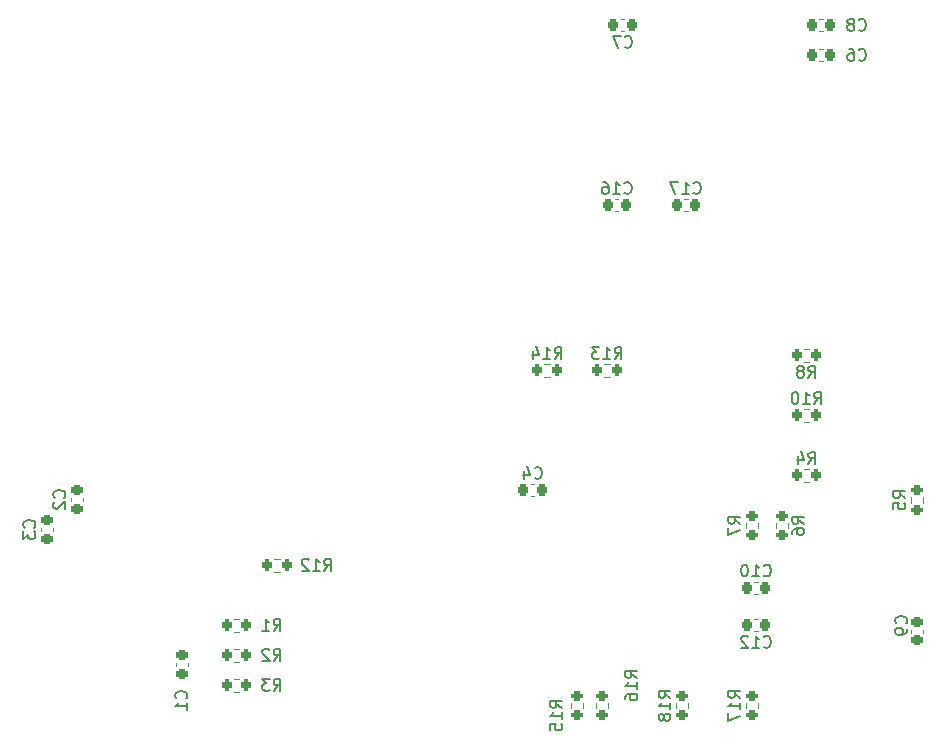
<source format=gbr>
%TF.GenerationSoftware,KiCad,Pcbnew,8.0.4*%
%TF.CreationDate,2024-08-11T19:16:42-04:00*%
%TF.ProjectId,foc_pcb,666f635f-7063-4622-9e6b-696361645f70,rev?*%
%TF.SameCoordinates,Original*%
%TF.FileFunction,Legend,Bot*%
%TF.FilePolarity,Positive*%
%FSLAX46Y46*%
G04 Gerber Fmt 4.6, Leading zero omitted, Abs format (unit mm)*
G04 Created by KiCad (PCBNEW 8.0.4) date 2024-08-11 19:16:42*
%MOMM*%
%LPD*%
G01*
G04 APERTURE LIST*
G04 Aperture macros list*
%AMRoundRect*
0 Rectangle with rounded corners*
0 $1 Rounding radius*
0 $2 $3 $4 $5 $6 $7 $8 $9 X,Y pos of 4 corners*
0 Add a 4 corners polygon primitive as box body*
4,1,4,$2,$3,$4,$5,$6,$7,$8,$9,$2,$3,0*
0 Add four circle primitives for the rounded corners*
1,1,$1+$1,$2,$3*
1,1,$1+$1,$4,$5*
1,1,$1+$1,$6,$7*
1,1,$1+$1,$8,$9*
0 Add four rect primitives between the rounded corners*
20,1,$1+$1,$2,$3,$4,$5,0*
20,1,$1+$1,$4,$5,$6,$7,0*
20,1,$1+$1,$6,$7,$8,$9,0*
20,1,$1+$1,$8,$9,$2,$3,0*%
G04 Aperture macros list end*
%ADD10C,0.150000*%
%ADD11C,0.120000*%
%ADD12C,3.200000*%
%ADD13R,1.700000X1.700000*%
%ADD14O,1.700000X1.700000*%
%ADD15O,1.104000X2.004000*%
%ADD16RoundRect,0.102000X1.858000X-1.858000X1.858000X1.858000X-1.858000X1.858000X-1.858000X-1.858000X0*%
%ADD17C,3.920000*%
%ADD18O,2.604000X1.404000*%
%ADD19RoundRect,0.200000X0.200000X0.275000X-0.200000X0.275000X-0.200000X-0.275000X0.200000X-0.275000X0*%
%ADD20RoundRect,0.200000X-0.200000X-0.275000X0.200000X-0.275000X0.200000X0.275000X-0.200000X0.275000X0*%
%ADD21RoundRect,0.200000X-0.275000X0.200000X-0.275000X-0.200000X0.275000X-0.200000X0.275000X0.200000X0*%
%ADD22RoundRect,0.225000X0.225000X0.250000X-0.225000X0.250000X-0.225000X-0.250000X0.225000X-0.250000X0*%
%ADD23RoundRect,0.225000X-0.225000X-0.250000X0.225000X-0.250000X0.225000X0.250000X-0.225000X0.250000X0*%
%ADD24RoundRect,0.225000X0.250000X-0.225000X0.250000X0.225000X-0.250000X0.225000X-0.250000X-0.225000X0*%
%ADD25RoundRect,0.225000X-0.250000X0.225000X-0.250000X-0.225000X0.250000X-0.225000X0.250000X0.225000X0*%
%ADD26RoundRect,0.200000X0.275000X-0.200000X0.275000X0.200000X-0.275000X0.200000X-0.275000X-0.200000X0*%
G04 APERTURE END LIST*
D10*
X338907857Y-258104819D02*
X339241190Y-257628628D01*
X339479285Y-258104819D02*
X339479285Y-257104819D01*
X339479285Y-257104819D02*
X339098333Y-257104819D01*
X339098333Y-257104819D02*
X339003095Y-257152438D01*
X339003095Y-257152438D02*
X338955476Y-257200057D01*
X338955476Y-257200057D02*
X338907857Y-257295295D01*
X338907857Y-257295295D02*
X338907857Y-257438152D01*
X338907857Y-257438152D02*
X338955476Y-257533390D01*
X338955476Y-257533390D02*
X339003095Y-257581009D01*
X339003095Y-257581009D02*
X339098333Y-257628628D01*
X339098333Y-257628628D02*
X339479285Y-257628628D01*
X337955476Y-258104819D02*
X338526904Y-258104819D01*
X338241190Y-258104819D02*
X338241190Y-257104819D01*
X338241190Y-257104819D02*
X338336428Y-257247676D01*
X338336428Y-257247676D02*
X338431666Y-257342914D01*
X338431666Y-257342914D02*
X338526904Y-257390533D01*
X337622142Y-257104819D02*
X337003095Y-257104819D01*
X337003095Y-257104819D02*
X337336428Y-257485771D01*
X337336428Y-257485771D02*
X337193571Y-257485771D01*
X337193571Y-257485771D02*
X337098333Y-257533390D01*
X337098333Y-257533390D02*
X337050714Y-257581009D01*
X337050714Y-257581009D02*
X337003095Y-257676247D01*
X337003095Y-257676247D02*
X337003095Y-257914342D01*
X337003095Y-257914342D02*
X337050714Y-258009580D01*
X337050714Y-258009580D02*
X337098333Y-258057200D01*
X337098333Y-258057200D02*
X337193571Y-258104819D01*
X337193571Y-258104819D02*
X337479285Y-258104819D01*
X337479285Y-258104819D02*
X337574523Y-258057200D01*
X337574523Y-258057200D02*
X337622142Y-258009580D01*
X310046666Y-283664819D02*
X310379999Y-283188628D01*
X310618094Y-283664819D02*
X310618094Y-282664819D01*
X310618094Y-282664819D02*
X310237142Y-282664819D01*
X310237142Y-282664819D02*
X310141904Y-282712438D01*
X310141904Y-282712438D02*
X310094285Y-282760057D01*
X310094285Y-282760057D02*
X310046666Y-282855295D01*
X310046666Y-282855295D02*
X310046666Y-282998152D01*
X310046666Y-282998152D02*
X310094285Y-283093390D01*
X310094285Y-283093390D02*
X310141904Y-283141009D01*
X310141904Y-283141009D02*
X310237142Y-283188628D01*
X310237142Y-283188628D02*
X310618094Y-283188628D01*
X309665713Y-282760057D02*
X309618094Y-282712438D01*
X309618094Y-282712438D02*
X309522856Y-282664819D01*
X309522856Y-282664819D02*
X309284761Y-282664819D01*
X309284761Y-282664819D02*
X309189523Y-282712438D01*
X309189523Y-282712438D02*
X309141904Y-282760057D01*
X309141904Y-282760057D02*
X309094285Y-282855295D01*
X309094285Y-282855295D02*
X309094285Y-282950533D01*
X309094285Y-282950533D02*
X309141904Y-283093390D01*
X309141904Y-283093390D02*
X309713332Y-283664819D01*
X309713332Y-283664819D02*
X309094285Y-283664819D01*
X363514819Y-269898333D02*
X363038628Y-269565000D01*
X363514819Y-269326905D02*
X362514819Y-269326905D01*
X362514819Y-269326905D02*
X362514819Y-269707857D01*
X362514819Y-269707857D02*
X362562438Y-269803095D01*
X362562438Y-269803095D02*
X362610057Y-269850714D01*
X362610057Y-269850714D02*
X362705295Y-269898333D01*
X362705295Y-269898333D02*
X362848152Y-269898333D01*
X362848152Y-269898333D02*
X362943390Y-269850714D01*
X362943390Y-269850714D02*
X362991009Y-269803095D01*
X362991009Y-269803095D02*
X363038628Y-269707857D01*
X363038628Y-269707857D02*
X363038628Y-269326905D01*
X362514819Y-270803095D02*
X362514819Y-270326905D01*
X362514819Y-270326905D02*
X362991009Y-270279286D01*
X362991009Y-270279286D02*
X362943390Y-270326905D01*
X362943390Y-270326905D02*
X362895771Y-270422143D01*
X362895771Y-270422143D02*
X362895771Y-270660238D01*
X362895771Y-270660238D02*
X362943390Y-270755476D01*
X362943390Y-270755476D02*
X362991009Y-270803095D01*
X362991009Y-270803095D02*
X363086247Y-270850714D01*
X363086247Y-270850714D02*
X363324342Y-270850714D01*
X363324342Y-270850714D02*
X363419580Y-270803095D01*
X363419580Y-270803095D02*
X363467200Y-270755476D01*
X363467200Y-270755476D02*
X363514819Y-270660238D01*
X363514819Y-270660238D02*
X363514819Y-270422143D01*
X363514819Y-270422143D02*
X363467200Y-270326905D01*
X363467200Y-270326905D02*
X363419580Y-270279286D01*
X332131666Y-268169580D02*
X332179285Y-268217200D01*
X332179285Y-268217200D02*
X332322142Y-268264819D01*
X332322142Y-268264819D02*
X332417380Y-268264819D01*
X332417380Y-268264819D02*
X332560237Y-268217200D01*
X332560237Y-268217200D02*
X332655475Y-268121961D01*
X332655475Y-268121961D02*
X332703094Y-268026723D01*
X332703094Y-268026723D02*
X332750713Y-267836247D01*
X332750713Y-267836247D02*
X332750713Y-267693390D01*
X332750713Y-267693390D02*
X332703094Y-267502914D01*
X332703094Y-267502914D02*
X332655475Y-267407676D01*
X332655475Y-267407676D02*
X332560237Y-267312438D01*
X332560237Y-267312438D02*
X332417380Y-267264819D01*
X332417380Y-267264819D02*
X332322142Y-267264819D01*
X332322142Y-267264819D02*
X332179285Y-267312438D01*
X332179285Y-267312438D02*
X332131666Y-267360057D01*
X331274523Y-267598152D02*
X331274523Y-268264819D01*
X331512618Y-267217200D02*
X331750713Y-267931485D01*
X331750713Y-267931485D02*
X331131666Y-267931485D01*
X314332857Y-276044819D02*
X314666190Y-275568628D01*
X314904285Y-276044819D02*
X314904285Y-275044819D01*
X314904285Y-275044819D02*
X314523333Y-275044819D01*
X314523333Y-275044819D02*
X314428095Y-275092438D01*
X314428095Y-275092438D02*
X314380476Y-275140057D01*
X314380476Y-275140057D02*
X314332857Y-275235295D01*
X314332857Y-275235295D02*
X314332857Y-275378152D01*
X314332857Y-275378152D02*
X314380476Y-275473390D01*
X314380476Y-275473390D02*
X314428095Y-275521009D01*
X314428095Y-275521009D02*
X314523333Y-275568628D01*
X314523333Y-275568628D02*
X314904285Y-275568628D01*
X313380476Y-276044819D02*
X313951904Y-276044819D01*
X313666190Y-276044819D02*
X313666190Y-275044819D01*
X313666190Y-275044819D02*
X313761428Y-275187676D01*
X313761428Y-275187676D02*
X313856666Y-275282914D01*
X313856666Y-275282914D02*
X313951904Y-275330533D01*
X312999523Y-275140057D02*
X312951904Y-275092438D01*
X312951904Y-275092438D02*
X312856666Y-275044819D01*
X312856666Y-275044819D02*
X312618571Y-275044819D01*
X312618571Y-275044819D02*
X312523333Y-275092438D01*
X312523333Y-275092438D02*
X312475714Y-275140057D01*
X312475714Y-275140057D02*
X312428095Y-275235295D01*
X312428095Y-275235295D02*
X312428095Y-275330533D01*
X312428095Y-275330533D02*
X312475714Y-275473390D01*
X312475714Y-275473390D02*
X313047142Y-276044819D01*
X313047142Y-276044819D02*
X312428095Y-276044819D01*
X349544819Y-272058333D02*
X349068628Y-271725000D01*
X349544819Y-271486905D02*
X348544819Y-271486905D01*
X348544819Y-271486905D02*
X348544819Y-271867857D01*
X348544819Y-271867857D02*
X348592438Y-271963095D01*
X348592438Y-271963095D02*
X348640057Y-272010714D01*
X348640057Y-272010714D02*
X348735295Y-272058333D01*
X348735295Y-272058333D02*
X348878152Y-272058333D01*
X348878152Y-272058333D02*
X348973390Y-272010714D01*
X348973390Y-272010714D02*
X349021009Y-271963095D01*
X349021009Y-271963095D02*
X349068628Y-271867857D01*
X349068628Y-271867857D02*
X349068628Y-271486905D01*
X348544819Y-272391667D02*
X348544819Y-273058333D01*
X348544819Y-273058333D02*
X349544819Y-272629762D01*
X343639819Y-286822142D02*
X343163628Y-286488809D01*
X343639819Y-286250714D02*
X342639819Y-286250714D01*
X342639819Y-286250714D02*
X342639819Y-286631666D01*
X342639819Y-286631666D02*
X342687438Y-286726904D01*
X342687438Y-286726904D02*
X342735057Y-286774523D01*
X342735057Y-286774523D02*
X342830295Y-286822142D01*
X342830295Y-286822142D02*
X342973152Y-286822142D01*
X342973152Y-286822142D02*
X343068390Y-286774523D01*
X343068390Y-286774523D02*
X343116009Y-286726904D01*
X343116009Y-286726904D02*
X343163628Y-286631666D01*
X343163628Y-286631666D02*
X343163628Y-286250714D01*
X343639819Y-287774523D02*
X343639819Y-287203095D01*
X343639819Y-287488809D02*
X342639819Y-287488809D01*
X342639819Y-287488809D02*
X342782676Y-287393571D01*
X342782676Y-287393571D02*
X342877914Y-287298333D01*
X342877914Y-287298333D02*
X342925533Y-287203095D01*
X343068390Y-288345952D02*
X343020771Y-288250714D01*
X343020771Y-288250714D02*
X342973152Y-288203095D01*
X342973152Y-288203095D02*
X342877914Y-288155476D01*
X342877914Y-288155476D02*
X342830295Y-288155476D01*
X342830295Y-288155476D02*
X342735057Y-288203095D01*
X342735057Y-288203095D02*
X342687438Y-288250714D01*
X342687438Y-288250714D02*
X342639819Y-288345952D01*
X342639819Y-288345952D02*
X342639819Y-288536428D01*
X342639819Y-288536428D02*
X342687438Y-288631666D01*
X342687438Y-288631666D02*
X342735057Y-288679285D01*
X342735057Y-288679285D02*
X342830295Y-288726904D01*
X342830295Y-288726904D02*
X342877914Y-288726904D01*
X342877914Y-288726904D02*
X342973152Y-288679285D01*
X342973152Y-288679285D02*
X343020771Y-288631666D01*
X343020771Y-288631666D02*
X343068390Y-288536428D01*
X343068390Y-288536428D02*
X343068390Y-288345952D01*
X343068390Y-288345952D02*
X343116009Y-288250714D01*
X343116009Y-288250714D02*
X343163628Y-288203095D01*
X343163628Y-288203095D02*
X343258866Y-288155476D01*
X343258866Y-288155476D02*
X343449342Y-288155476D01*
X343449342Y-288155476D02*
X343544580Y-288203095D01*
X343544580Y-288203095D02*
X343592200Y-288250714D01*
X343592200Y-288250714D02*
X343639819Y-288345952D01*
X343639819Y-288345952D02*
X343639819Y-288536428D01*
X343639819Y-288536428D02*
X343592200Y-288631666D01*
X343592200Y-288631666D02*
X343544580Y-288679285D01*
X343544580Y-288679285D02*
X343449342Y-288726904D01*
X343449342Y-288726904D02*
X343258866Y-288726904D01*
X343258866Y-288726904D02*
X343163628Y-288679285D01*
X343163628Y-288679285D02*
X343116009Y-288631666D01*
X343116009Y-288631666D02*
X343068390Y-288536428D01*
X333827857Y-258104819D02*
X334161190Y-257628628D01*
X334399285Y-258104819D02*
X334399285Y-257104819D01*
X334399285Y-257104819D02*
X334018333Y-257104819D01*
X334018333Y-257104819D02*
X333923095Y-257152438D01*
X333923095Y-257152438D02*
X333875476Y-257200057D01*
X333875476Y-257200057D02*
X333827857Y-257295295D01*
X333827857Y-257295295D02*
X333827857Y-257438152D01*
X333827857Y-257438152D02*
X333875476Y-257533390D01*
X333875476Y-257533390D02*
X333923095Y-257581009D01*
X333923095Y-257581009D02*
X334018333Y-257628628D01*
X334018333Y-257628628D02*
X334399285Y-257628628D01*
X332875476Y-258104819D02*
X333446904Y-258104819D01*
X333161190Y-258104819D02*
X333161190Y-257104819D01*
X333161190Y-257104819D02*
X333256428Y-257247676D01*
X333256428Y-257247676D02*
X333351666Y-257342914D01*
X333351666Y-257342914D02*
X333446904Y-257390533D01*
X332018333Y-257438152D02*
X332018333Y-258104819D01*
X332256428Y-257057200D02*
X332494523Y-257771485D01*
X332494523Y-257771485D02*
X331875476Y-257771485D01*
X339751666Y-231659580D02*
X339799285Y-231707200D01*
X339799285Y-231707200D02*
X339942142Y-231754819D01*
X339942142Y-231754819D02*
X340037380Y-231754819D01*
X340037380Y-231754819D02*
X340180237Y-231707200D01*
X340180237Y-231707200D02*
X340275475Y-231611961D01*
X340275475Y-231611961D02*
X340323094Y-231516723D01*
X340323094Y-231516723D02*
X340370713Y-231326247D01*
X340370713Y-231326247D02*
X340370713Y-231183390D01*
X340370713Y-231183390D02*
X340323094Y-230992914D01*
X340323094Y-230992914D02*
X340275475Y-230897676D01*
X340275475Y-230897676D02*
X340180237Y-230802438D01*
X340180237Y-230802438D02*
X340037380Y-230754819D01*
X340037380Y-230754819D02*
X339942142Y-230754819D01*
X339942142Y-230754819D02*
X339799285Y-230802438D01*
X339799285Y-230802438D02*
X339751666Y-230850057D01*
X339418332Y-230754819D02*
X338751666Y-230754819D01*
X338751666Y-230754819D02*
X339180237Y-231754819D01*
X345587857Y-244039580D02*
X345635476Y-244087200D01*
X345635476Y-244087200D02*
X345778333Y-244134819D01*
X345778333Y-244134819D02*
X345873571Y-244134819D01*
X345873571Y-244134819D02*
X346016428Y-244087200D01*
X346016428Y-244087200D02*
X346111666Y-243991961D01*
X346111666Y-243991961D02*
X346159285Y-243896723D01*
X346159285Y-243896723D02*
X346206904Y-243706247D01*
X346206904Y-243706247D02*
X346206904Y-243563390D01*
X346206904Y-243563390D02*
X346159285Y-243372914D01*
X346159285Y-243372914D02*
X346111666Y-243277676D01*
X346111666Y-243277676D02*
X346016428Y-243182438D01*
X346016428Y-243182438D02*
X345873571Y-243134819D01*
X345873571Y-243134819D02*
X345778333Y-243134819D01*
X345778333Y-243134819D02*
X345635476Y-243182438D01*
X345635476Y-243182438D02*
X345587857Y-243230057D01*
X344635476Y-244134819D02*
X345206904Y-244134819D01*
X344921190Y-244134819D02*
X344921190Y-243134819D01*
X344921190Y-243134819D02*
X345016428Y-243277676D01*
X345016428Y-243277676D02*
X345111666Y-243372914D01*
X345111666Y-243372914D02*
X345206904Y-243420533D01*
X344302142Y-243134819D02*
X343635476Y-243134819D01*
X343635476Y-243134819D02*
X344064047Y-244134819D01*
X359576666Y-230229580D02*
X359624285Y-230277200D01*
X359624285Y-230277200D02*
X359767142Y-230324819D01*
X359767142Y-230324819D02*
X359862380Y-230324819D01*
X359862380Y-230324819D02*
X360005237Y-230277200D01*
X360005237Y-230277200D02*
X360100475Y-230181961D01*
X360100475Y-230181961D02*
X360148094Y-230086723D01*
X360148094Y-230086723D02*
X360195713Y-229896247D01*
X360195713Y-229896247D02*
X360195713Y-229753390D01*
X360195713Y-229753390D02*
X360148094Y-229562914D01*
X360148094Y-229562914D02*
X360100475Y-229467676D01*
X360100475Y-229467676D02*
X360005237Y-229372438D01*
X360005237Y-229372438D02*
X359862380Y-229324819D01*
X359862380Y-229324819D02*
X359767142Y-229324819D01*
X359767142Y-229324819D02*
X359624285Y-229372438D01*
X359624285Y-229372438D02*
X359576666Y-229420057D01*
X359005237Y-229753390D02*
X359100475Y-229705771D01*
X359100475Y-229705771D02*
X359148094Y-229658152D01*
X359148094Y-229658152D02*
X359195713Y-229562914D01*
X359195713Y-229562914D02*
X359195713Y-229515295D01*
X359195713Y-229515295D02*
X359148094Y-229420057D01*
X359148094Y-229420057D02*
X359100475Y-229372438D01*
X359100475Y-229372438D02*
X359005237Y-229324819D01*
X359005237Y-229324819D02*
X358814761Y-229324819D01*
X358814761Y-229324819D02*
X358719523Y-229372438D01*
X358719523Y-229372438D02*
X358671904Y-229420057D01*
X358671904Y-229420057D02*
X358624285Y-229515295D01*
X358624285Y-229515295D02*
X358624285Y-229562914D01*
X358624285Y-229562914D02*
X358671904Y-229658152D01*
X358671904Y-229658152D02*
X358719523Y-229705771D01*
X358719523Y-229705771D02*
X358814761Y-229753390D01*
X358814761Y-229753390D02*
X359005237Y-229753390D01*
X359005237Y-229753390D02*
X359100475Y-229801009D01*
X359100475Y-229801009D02*
X359148094Y-229848628D01*
X359148094Y-229848628D02*
X359195713Y-229943866D01*
X359195713Y-229943866D02*
X359195713Y-230134342D01*
X359195713Y-230134342D02*
X359148094Y-230229580D01*
X359148094Y-230229580D02*
X359100475Y-230277200D01*
X359100475Y-230277200D02*
X359005237Y-230324819D01*
X359005237Y-230324819D02*
X358814761Y-230324819D01*
X358814761Y-230324819D02*
X358719523Y-230277200D01*
X358719523Y-230277200D02*
X358671904Y-230229580D01*
X358671904Y-230229580D02*
X358624285Y-230134342D01*
X358624285Y-230134342D02*
X358624285Y-229943866D01*
X358624285Y-229943866D02*
X358671904Y-229848628D01*
X358671904Y-229848628D02*
X358719523Y-229801009D01*
X358719523Y-229801009D02*
X358814761Y-229753390D01*
X302619580Y-286853333D02*
X302667200Y-286805714D01*
X302667200Y-286805714D02*
X302714819Y-286662857D01*
X302714819Y-286662857D02*
X302714819Y-286567619D01*
X302714819Y-286567619D02*
X302667200Y-286424762D01*
X302667200Y-286424762D02*
X302571961Y-286329524D01*
X302571961Y-286329524D02*
X302476723Y-286281905D01*
X302476723Y-286281905D02*
X302286247Y-286234286D01*
X302286247Y-286234286D02*
X302143390Y-286234286D01*
X302143390Y-286234286D02*
X301952914Y-286281905D01*
X301952914Y-286281905D02*
X301857676Y-286329524D01*
X301857676Y-286329524D02*
X301762438Y-286424762D01*
X301762438Y-286424762D02*
X301714819Y-286567619D01*
X301714819Y-286567619D02*
X301714819Y-286662857D01*
X301714819Y-286662857D02*
X301762438Y-286805714D01*
X301762438Y-286805714D02*
X301810057Y-286853333D01*
X302714819Y-287805714D02*
X302714819Y-287234286D01*
X302714819Y-287520000D02*
X301714819Y-287520000D01*
X301714819Y-287520000D02*
X301857676Y-287424762D01*
X301857676Y-287424762D02*
X301952914Y-287329524D01*
X301952914Y-287329524D02*
X302000533Y-287234286D01*
X289759580Y-272388333D02*
X289807200Y-272340714D01*
X289807200Y-272340714D02*
X289854819Y-272197857D01*
X289854819Y-272197857D02*
X289854819Y-272102619D01*
X289854819Y-272102619D02*
X289807200Y-271959762D01*
X289807200Y-271959762D02*
X289711961Y-271864524D01*
X289711961Y-271864524D02*
X289616723Y-271816905D01*
X289616723Y-271816905D02*
X289426247Y-271769286D01*
X289426247Y-271769286D02*
X289283390Y-271769286D01*
X289283390Y-271769286D02*
X289092914Y-271816905D01*
X289092914Y-271816905D02*
X288997676Y-271864524D01*
X288997676Y-271864524D02*
X288902438Y-271959762D01*
X288902438Y-271959762D02*
X288854819Y-272102619D01*
X288854819Y-272102619D02*
X288854819Y-272197857D01*
X288854819Y-272197857D02*
X288902438Y-272340714D01*
X288902438Y-272340714D02*
X288950057Y-272388333D01*
X288854819Y-272721667D02*
X288854819Y-273340714D01*
X288854819Y-273340714D02*
X289235771Y-273007381D01*
X289235771Y-273007381D02*
X289235771Y-273150238D01*
X289235771Y-273150238D02*
X289283390Y-273245476D01*
X289283390Y-273245476D02*
X289331009Y-273293095D01*
X289331009Y-273293095D02*
X289426247Y-273340714D01*
X289426247Y-273340714D02*
X289664342Y-273340714D01*
X289664342Y-273340714D02*
X289759580Y-273293095D01*
X289759580Y-273293095D02*
X289807200Y-273245476D01*
X289807200Y-273245476D02*
X289854819Y-273150238D01*
X289854819Y-273150238D02*
X289854819Y-272864524D01*
X289854819Y-272864524D02*
X289807200Y-272769286D01*
X289807200Y-272769286D02*
X289759580Y-272721667D01*
X310046666Y-281124819D02*
X310379999Y-280648628D01*
X310618094Y-281124819D02*
X310618094Y-280124819D01*
X310618094Y-280124819D02*
X310237142Y-280124819D01*
X310237142Y-280124819D02*
X310141904Y-280172438D01*
X310141904Y-280172438D02*
X310094285Y-280220057D01*
X310094285Y-280220057D02*
X310046666Y-280315295D01*
X310046666Y-280315295D02*
X310046666Y-280458152D01*
X310046666Y-280458152D02*
X310094285Y-280553390D01*
X310094285Y-280553390D02*
X310141904Y-280601009D01*
X310141904Y-280601009D02*
X310237142Y-280648628D01*
X310237142Y-280648628D02*
X310618094Y-280648628D01*
X309094285Y-281124819D02*
X309665713Y-281124819D01*
X309379999Y-281124819D02*
X309379999Y-280124819D01*
X309379999Y-280124819D02*
X309475237Y-280267676D01*
X309475237Y-280267676D02*
X309570475Y-280362914D01*
X309570475Y-280362914D02*
X309665713Y-280410533D01*
X349544819Y-286822142D02*
X349068628Y-286488809D01*
X349544819Y-286250714D02*
X348544819Y-286250714D01*
X348544819Y-286250714D02*
X348544819Y-286631666D01*
X348544819Y-286631666D02*
X348592438Y-286726904D01*
X348592438Y-286726904D02*
X348640057Y-286774523D01*
X348640057Y-286774523D02*
X348735295Y-286822142D01*
X348735295Y-286822142D02*
X348878152Y-286822142D01*
X348878152Y-286822142D02*
X348973390Y-286774523D01*
X348973390Y-286774523D02*
X349021009Y-286726904D01*
X349021009Y-286726904D02*
X349068628Y-286631666D01*
X349068628Y-286631666D02*
X349068628Y-286250714D01*
X349544819Y-287774523D02*
X349544819Y-287203095D01*
X349544819Y-287488809D02*
X348544819Y-287488809D01*
X348544819Y-287488809D02*
X348687676Y-287393571D01*
X348687676Y-287393571D02*
X348782914Y-287298333D01*
X348782914Y-287298333D02*
X348830533Y-287203095D01*
X348544819Y-288107857D02*
X348544819Y-288774523D01*
X348544819Y-288774523D02*
X349544819Y-288345952D01*
X339732857Y-244039580D02*
X339780476Y-244087200D01*
X339780476Y-244087200D02*
X339923333Y-244134819D01*
X339923333Y-244134819D02*
X340018571Y-244134819D01*
X340018571Y-244134819D02*
X340161428Y-244087200D01*
X340161428Y-244087200D02*
X340256666Y-243991961D01*
X340256666Y-243991961D02*
X340304285Y-243896723D01*
X340304285Y-243896723D02*
X340351904Y-243706247D01*
X340351904Y-243706247D02*
X340351904Y-243563390D01*
X340351904Y-243563390D02*
X340304285Y-243372914D01*
X340304285Y-243372914D02*
X340256666Y-243277676D01*
X340256666Y-243277676D02*
X340161428Y-243182438D01*
X340161428Y-243182438D02*
X340018571Y-243134819D01*
X340018571Y-243134819D02*
X339923333Y-243134819D01*
X339923333Y-243134819D02*
X339780476Y-243182438D01*
X339780476Y-243182438D02*
X339732857Y-243230057D01*
X338780476Y-244134819D02*
X339351904Y-244134819D01*
X339066190Y-244134819D02*
X339066190Y-243134819D01*
X339066190Y-243134819D02*
X339161428Y-243277676D01*
X339161428Y-243277676D02*
X339256666Y-243372914D01*
X339256666Y-243372914D02*
X339351904Y-243420533D01*
X337923333Y-243134819D02*
X338113809Y-243134819D01*
X338113809Y-243134819D02*
X338209047Y-243182438D01*
X338209047Y-243182438D02*
X338256666Y-243230057D01*
X338256666Y-243230057D02*
X338351904Y-243372914D01*
X338351904Y-243372914D02*
X338399523Y-243563390D01*
X338399523Y-243563390D02*
X338399523Y-243944342D01*
X338399523Y-243944342D02*
X338351904Y-244039580D01*
X338351904Y-244039580D02*
X338304285Y-244087200D01*
X338304285Y-244087200D02*
X338209047Y-244134819D01*
X338209047Y-244134819D02*
X338018571Y-244134819D01*
X338018571Y-244134819D02*
X337923333Y-244087200D01*
X337923333Y-244087200D02*
X337875714Y-244039580D01*
X337875714Y-244039580D02*
X337828095Y-243944342D01*
X337828095Y-243944342D02*
X337828095Y-243706247D01*
X337828095Y-243706247D02*
X337875714Y-243611009D01*
X337875714Y-243611009D02*
X337923333Y-243563390D01*
X337923333Y-243563390D02*
X338018571Y-243515771D01*
X338018571Y-243515771D02*
X338209047Y-243515771D01*
X338209047Y-243515771D02*
X338304285Y-243563390D01*
X338304285Y-243563390D02*
X338351904Y-243611009D01*
X338351904Y-243611009D02*
X338399523Y-243706247D01*
X355797857Y-261914819D02*
X356131190Y-261438628D01*
X356369285Y-261914819D02*
X356369285Y-260914819D01*
X356369285Y-260914819D02*
X355988333Y-260914819D01*
X355988333Y-260914819D02*
X355893095Y-260962438D01*
X355893095Y-260962438D02*
X355845476Y-261010057D01*
X355845476Y-261010057D02*
X355797857Y-261105295D01*
X355797857Y-261105295D02*
X355797857Y-261248152D01*
X355797857Y-261248152D02*
X355845476Y-261343390D01*
X355845476Y-261343390D02*
X355893095Y-261391009D01*
X355893095Y-261391009D02*
X355988333Y-261438628D01*
X355988333Y-261438628D02*
X356369285Y-261438628D01*
X354845476Y-261914819D02*
X355416904Y-261914819D01*
X355131190Y-261914819D02*
X355131190Y-260914819D01*
X355131190Y-260914819D02*
X355226428Y-261057676D01*
X355226428Y-261057676D02*
X355321666Y-261152914D01*
X355321666Y-261152914D02*
X355416904Y-261200533D01*
X354226428Y-260914819D02*
X354131190Y-260914819D01*
X354131190Y-260914819D02*
X354035952Y-260962438D01*
X354035952Y-260962438D02*
X353988333Y-261010057D01*
X353988333Y-261010057D02*
X353940714Y-261105295D01*
X353940714Y-261105295D02*
X353893095Y-261295771D01*
X353893095Y-261295771D02*
X353893095Y-261533866D01*
X353893095Y-261533866D02*
X353940714Y-261724342D01*
X353940714Y-261724342D02*
X353988333Y-261819580D01*
X353988333Y-261819580D02*
X354035952Y-261867200D01*
X354035952Y-261867200D02*
X354131190Y-261914819D01*
X354131190Y-261914819D02*
X354226428Y-261914819D01*
X354226428Y-261914819D02*
X354321666Y-261867200D01*
X354321666Y-261867200D02*
X354369285Y-261819580D01*
X354369285Y-261819580D02*
X354416904Y-261724342D01*
X354416904Y-261724342D02*
X354464523Y-261533866D01*
X354464523Y-261533866D02*
X354464523Y-261295771D01*
X354464523Y-261295771D02*
X354416904Y-261105295D01*
X354416904Y-261105295D02*
X354369285Y-261010057D01*
X354369285Y-261010057D02*
X354321666Y-260962438D01*
X354321666Y-260962438D02*
X354226428Y-260914819D01*
X359576666Y-232769580D02*
X359624285Y-232817200D01*
X359624285Y-232817200D02*
X359767142Y-232864819D01*
X359767142Y-232864819D02*
X359862380Y-232864819D01*
X359862380Y-232864819D02*
X360005237Y-232817200D01*
X360005237Y-232817200D02*
X360100475Y-232721961D01*
X360100475Y-232721961D02*
X360148094Y-232626723D01*
X360148094Y-232626723D02*
X360195713Y-232436247D01*
X360195713Y-232436247D02*
X360195713Y-232293390D01*
X360195713Y-232293390D02*
X360148094Y-232102914D01*
X360148094Y-232102914D02*
X360100475Y-232007676D01*
X360100475Y-232007676D02*
X360005237Y-231912438D01*
X360005237Y-231912438D02*
X359862380Y-231864819D01*
X359862380Y-231864819D02*
X359767142Y-231864819D01*
X359767142Y-231864819D02*
X359624285Y-231912438D01*
X359624285Y-231912438D02*
X359576666Y-231960057D01*
X358719523Y-231864819D02*
X358909999Y-231864819D01*
X358909999Y-231864819D02*
X359005237Y-231912438D01*
X359005237Y-231912438D02*
X359052856Y-231960057D01*
X359052856Y-231960057D02*
X359148094Y-232102914D01*
X359148094Y-232102914D02*
X359195713Y-232293390D01*
X359195713Y-232293390D02*
X359195713Y-232674342D01*
X359195713Y-232674342D02*
X359148094Y-232769580D01*
X359148094Y-232769580D02*
X359100475Y-232817200D01*
X359100475Y-232817200D02*
X359005237Y-232864819D01*
X359005237Y-232864819D02*
X358814761Y-232864819D01*
X358814761Y-232864819D02*
X358719523Y-232817200D01*
X358719523Y-232817200D02*
X358671904Y-232769580D01*
X358671904Y-232769580D02*
X358624285Y-232674342D01*
X358624285Y-232674342D02*
X358624285Y-232436247D01*
X358624285Y-232436247D02*
X358671904Y-232341009D01*
X358671904Y-232341009D02*
X358719523Y-232293390D01*
X358719523Y-232293390D02*
X358814761Y-232245771D01*
X358814761Y-232245771D02*
X359005237Y-232245771D01*
X359005237Y-232245771D02*
X359100475Y-232293390D01*
X359100475Y-232293390D02*
X359148094Y-232341009D01*
X359148094Y-232341009D02*
X359195713Y-232436247D01*
X351527857Y-282459580D02*
X351575476Y-282507200D01*
X351575476Y-282507200D02*
X351718333Y-282554819D01*
X351718333Y-282554819D02*
X351813571Y-282554819D01*
X351813571Y-282554819D02*
X351956428Y-282507200D01*
X351956428Y-282507200D02*
X352051666Y-282411961D01*
X352051666Y-282411961D02*
X352099285Y-282316723D01*
X352099285Y-282316723D02*
X352146904Y-282126247D01*
X352146904Y-282126247D02*
X352146904Y-281983390D01*
X352146904Y-281983390D02*
X352099285Y-281792914D01*
X352099285Y-281792914D02*
X352051666Y-281697676D01*
X352051666Y-281697676D02*
X351956428Y-281602438D01*
X351956428Y-281602438D02*
X351813571Y-281554819D01*
X351813571Y-281554819D02*
X351718333Y-281554819D01*
X351718333Y-281554819D02*
X351575476Y-281602438D01*
X351575476Y-281602438D02*
X351527857Y-281650057D01*
X350575476Y-282554819D02*
X351146904Y-282554819D01*
X350861190Y-282554819D02*
X350861190Y-281554819D01*
X350861190Y-281554819D02*
X350956428Y-281697676D01*
X350956428Y-281697676D02*
X351051666Y-281792914D01*
X351051666Y-281792914D02*
X351146904Y-281840533D01*
X350194523Y-281650057D02*
X350146904Y-281602438D01*
X350146904Y-281602438D02*
X350051666Y-281554819D01*
X350051666Y-281554819D02*
X349813571Y-281554819D01*
X349813571Y-281554819D02*
X349718333Y-281602438D01*
X349718333Y-281602438D02*
X349670714Y-281650057D01*
X349670714Y-281650057D02*
X349623095Y-281745295D01*
X349623095Y-281745295D02*
X349623095Y-281840533D01*
X349623095Y-281840533D02*
X349670714Y-281983390D01*
X349670714Y-281983390D02*
X350242142Y-282554819D01*
X350242142Y-282554819D02*
X349623095Y-282554819D01*
X340814819Y-285107142D02*
X340338628Y-284773809D01*
X340814819Y-284535714D02*
X339814819Y-284535714D01*
X339814819Y-284535714D02*
X339814819Y-284916666D01*
X339814819Y-284916666D02*
X339862438Y-285011904D01*
X339862438Y-285011904D02*
X339910057Y-285059523D01*
X339910057Y-285059523D02*
X340005295Y-285107142D01*
X340005295Y-285107142D02*
X340148152Y-285107142D01*
X340148152Y-285107142D02*
X340243390Y-285059523D01*
X340243390Y-285059523D02*
X340291009Y-285011904D01*
X340291009Y-285011904D02*
X340338628Y-284916666D01*
X340338628Y-284916666D02*
X340338628Y-284535714D01*
X340814819Y-286059523D02*
X340814819Y-285488095D01*
X340814819Y-285773809D02*
X339814819Y-285773809D01*
X339814819Y-285773809D02*
X339957676Y-285678571D01*
X339957676Y-285678571D02*
X340052914Y-285583333D01*
X340052914Y-285583333D02*
X340100533Y-285488095D01*
X339814819Y-286916666D02*
X339814819Y-286726190D01*
X339814819Y-286726190D02*
X339862438Y-286630952D01*
X339862438Y-286630952D02*
X339910057Y-286583333D01*
X339910057Y-286583333D02*
X340052914Y-286488095D01*
X340052914Y-286488095D02*
X340243390Y-286440476D01*
X340243390Y-286440476D02*
X340624342Y-286440476D01*
X340624342Y-286440476D02*
X340719580Y-286488095D01*
X340719580Y-286488095D02*
X340767200Y-286535714D01*
X340767200Y-286535714D02*
X340814819Y-286630952D01*
X340814819Y-286630952D02*
X340814819Y-286821428D01*
X340814819Y-286821428D02*
X340767200Y-286916666D01*
X340767200Y-286916666D02*
X340719580Y-286964285D01*
X340719580Y-286964285D02*
X340624342Y-287011904D01*
X340624342Y-287011904D02*
X340386247Y-287011904D01*
X340386247Y-287011904D02*
X340291009Y-286964285D01*
X340291009Y-286964285D02*
X340243390Y-286916666D01*
X340243390Y-286916666D02*
X340195771Y-286821428D01*
X340195771Y-286821428D02*
X340195771Y-286630952D01*
X340195771Y-286630952D02*
X340243390Y-286535714D01*
X340243390Y-286535714D02*
X340291009Y-286488095D01*
X340291009Y-286488095D02*
X340386247Y-286440476D01*
X351527857Y-276424580D02*
X351575476Y-276472200D01*
X351575476Y-276472200D02*
X351718333Y-276519819D01*
X351718333Y-276519819D02*
X351813571Y-276519819D01*
X351813571Y-276519819D02*
X351956428Y-276472200D01*
X351956428Y-276472200D02*
X352051666Y-276376961D01*
X352051666Y-276376961D02*
X352099285Y-276281723D01*
X352099285Y-276281723D02*
X352146904Y-276091247D01*
X352146904Y-276091247D02*
X352146904Y-275948390D01*
X352146904Y-275948390D02*
X352099285Y-275757914D01*
X352099285Y-275757914D02*
X352051666Y-275662676D01*
X352051666Y-275662676D02*
X351956428Y-275567438D01*
X351956428Y-275567438D02*
X351813571Y-275519819D01*
X351813571Y-275519819D02*
X351718333Y-275519819D01*
X351718333Y-275519819D02*
X351575476Y-275567438D01*
X351575476Y-275567438D02*
X351527857Y-275615057D01*
X350575476Y-276519819D02*
X351146904Y-276519819D01*
X350861190Y-276519819D02*
X350861190Y-275519819D01*
X350861190Y-275519819D02*
X350956428Y-275662676D01*
X350956428Y-275662676D02*
X351051666Y-275757914D01*
X351051666Y-275757914D02*
X351146904Y-275805533D01*
X349956428Y-275519819D02*
X349861190Y-275519819D01*
X349861190Y-275519819D02*
X349765952Y-275567438D01*
X349765952Y-275567438D02*
X349718333Y-275615057D01*
X349718333Y-275615057D02*
X349670714Y-275710295D01*
X349670714Y-275710295D02*
X349623095Y-275900771D01*
X349623095Y-275900771D02*
X349623095Y-276138866D01*
X349623095Y-276138866D02*
X349670714Y-276329342D01*
X349670714Y-276329342D02*
X349718333Y-276424580D01*
X349718333Y-276424580D02*
X349765952Y-276472200D01*
X349765952Y-276472200D02*
X349861190Y-276519819D01*
X349861190Y-276519819D02*
X349956428Y-276519819D01*
X349956428Y-276519819D02*
X350051666Y-276472200D01*
X350051666Y-276472200D02*
X350099285Y-276424580D01*
X350099285Y-276424580D02*
X350146904Y-276329342D01*
X350146904Y-276329342D02*
X350194523Y-276138866D01*
X350194523Y-276138866D02*
X350194523Y-275900771D01*
X350194523Y-275900771D02*
X350146904Y-275710295D01*
X350146904Y-275710295D02*
X350099285Y-275615057D01*
X350099285Y-275615057D02*
X350051666Y-275567438D01*
X350051666Y-275567438D02*
X349956428Y-275519819D01*
X334464819Y-287647142D02*
X333988628Y-287313809D01*
X334464819Y-287075714D02*
X333464819Y-287075714D01*
X333464819Y-287075714D02*
X333464819Y-287456666D01*
X333464819Y-287456666D02*
X333512438Y-287551904D01*
X333512438Y-287551904D02*
X333560057Y-287599523D01*
X333560057Y-287599523D02*
X333655295Y-287647142D01*
X333655295Y-287647142D02*
X333798152Y-287647142D01*
X333798152Y-287647142D02*
X333893390Y-287599523D01*
X333893390Y-287599523D02*
X333941009Y-287551904D01*
X333941009Y-287551904D02*
X333988628Y-287456666D01*
X333988628Y-287456666D02*
X333988628Y-287075714D01*
X334464819Y-288599523D02*
X334464819Y-288028095D01*
X334464819Y-288313809D02*
X333464819Y-288313809D01*
X333464819Y-288313809D02*
X333607676Y-288218571D01*
X333607676Y-288218571D02*
X333702914Y-288123333D01*
X333702914Y-288123333D02*
X333750533Y-288028095D01*
X333464819Y-289504285D02*
X333464819Y-289028095D01*
X333464819Y-289028095D02*
X333941009Y-288980476D01*
X333941009Y-288980476D02*
X333893390Y-289028095D01*
X333893390Y-289028095D02*
X333845771Y-289123333D01*
X333845771Y-289123333D02*
X333845771Y-289361428D01*
X333845771Y-289361428D02*
X333893390Y-289456666D01*
X333893390Y-289456666D02*
X333941009Y-289504285D01*
X333941009Y-289504285D02*
X334036247Y-289551904D01*
X334036247Y-289551904D02*
X334274342Y-289551904D01*
X334274342Y-289551904D02*
X334369580Y-289504285D01*
X334369580Y-289504285D02*
X334417200Y-289456666D01*
X334417200Y-289456666D02*
X334464819Y-289361428D01*
X334464819Y-289361428D02*
X334464819Y-289123333D01*
X334464819Y-289123333D02*
X334417200Y-289028095D01*
X334417200Y-289028095D02*
X334369580Y-288980476D01*
X292299580Y-269848333D02*
X292347200Y-269800714D01*
X292347200Y-269800714D02*
X292394819Y-269657857D01*
X292394819Y-269657857D02*
X292394819Y-269562619D01*
X292394819Y-269562619D02*
X292347200Y-269419762D01*
X292347200Y-269419762D02*
X292251961Y-269324524D01*
X292251961Y-269324524D02*
X292156723Y-269276905D01*
X292156723Y-269276905D02*
X291966247Y-269229286D01*
X291966247Y-269229286D02*
X291823390Y-269229286D01*
X291823390Y-269229286D02*
X291632914Y-269276905D01*
X291632914Y-269276905D02*
X291537676Y-269324524D01*
X291537676Y-269324524D02*
X291442438Y-269419762D01*
X291442438Y-269419762D02*
X291394819Y-269562619D01*
X291394819Y-269562619D02*
X291394819Y-269657857D01*
X291394819Y-269657857D02*
X291442438Y-269800714D01*
X291442438Y-269800714D02*
X291490057Y-269848333D01*
X291490057Y-270229286D02*
X291442438Y-270276905D01*
X291442438Y-270276905D02*
X291394819Y-270372143D01*
X291394819Y-270372143D02*
X291394819Y-270610238D01*
X291394819Y-270610238D02*
X291442438Y-270705476D01*
X291442438Y-270705476D02*
X291490057Y-270753095D01*
X291490057Y-270753095D02*
X291585295Y-270800714D01*
X291585295Y-270800714D02*
X291680533Y-270800714D01*
X291680533Y-270800714D02*
X291823390Y-270753095D01*
X291823390Y-270753095D02*
X292394819Y-270181667D01*
X292394819Y-270181667D02*
X292394819Y-270800714D01*
X310046666Y-286204819D02*
X310379999Y-285728628D01*
X310618094Y-286204819D02*
X310618094Y-285204819D01*
X310618094Y-285204819D02*
X310237142Y-285204819D01*
X310237142Y-285204819D02*
X310141904Y-285252438D01*
X310141904Y-285252438D02*
X310094285Y-285300057D01*
X310094285Y-285300057D02*
X310046666Y-285395295D01*
X310046666Y-285395295D02*
X310046666Y-285538152D01*
X310046666Y-285538152D02*
X310094285Y-285633390D01*
X310094285Y-285633390D02*
X310141904Y-285681009D01*
X310141904Y-285681009D02*
X310237142Y-285728628D01*
X310237142Y-285728628D02*
X310618094Y-285728628D01*
X309713332Y-285204819D02*
X309094285Y-285204819D01*
X309094285Y-285204819D02*
X309427618Y-285585771D01*
X309427618Y-285585771D02*
X309284761Y-285585771D01*
X309284761Y-285585771D02*
X309189523Y-285633390D01*
X309189523Y-285633390D02*
X309141904Y-285681009D01*
X309141904Y-285681009D02*
X309094285Y-285776247D01*
X309094285Y-285776247D02*
X309094285Y-286014342D01*
X309094285Y-286014342D02*
X309141904Y-286109580D01*
X309141904Y-286109580D02*
X309189523Y-286157200D01*
X309189523Y-286157200D02*
X309284761Y-286204819D01*
X309284761Y-286204819D02*
X309570475Y-286204819D01*
X309570475Y-286204819D02*
X309665713Y-286157200D01*
X309665713Y-286157200D02*
X309713332Y-286109580D01*
X355321666Y-266994819D02*
X355654999Y-266518628D01*
X355893094Y-266994819D02*
X355893094Y-265994819D01*
X355893094Y-265994819D02*
X355512142Y-265994819D01*
X355512142Y-265994819D02*
X355416904Y-266042438D01*
X355416904Y-266042438D02*
X355369285Y-266090057D01*
X355369285Y-266090057D02*
X355321666Y-266185295D01*
X355321666Y-266185295D02*
X355321666Y-266328152D01*
X355321666Y-266328152D02*
X355369285Y-266423390D01*
X355369285Y-266423390D02*
X355416904Y-266471009D01*
X355416904Y-266471009D02*
X355512142Y-266518628D01*
X355512142Y-266518628D02*
X355893094Y-266518628D01*
X354464523Y-266328152D02*
X354464523Y-266994819D01*
X354702618Y-265947200D02*
X354940713Y-266661485D01*
X354940713Y-266661485D02*
X354321666Y-266661485D01*
X355321666Y-259694819D02*
X355654999Y-259218628D01*
X355893094Y-259694819D02*
X355893094Y-258694819D01*
X355893094Y-258694819D02*
X355512142Y-258694819D01*
X355512142Y-258694819D02*
X355416904Y-258742438D01*
X355416904Y-258742438D02*
X355369285Y-258790057D01*
X355369285Y-258790057D02*
X355321666Y-258885295D01*
X355321666Y-258885295D02*
X355321666Y-259028152D01*
X355321666Y-259028152D02*
X355369285Y-259123390D01*
X355369285Y-259123390D02*
X355416904Y-259171009D01*
X355416904Y-259171009D02*
X355512142Y-259218628D01*
X355512142Y-259218628D02*
X355893094Y-259218628D01*
X354750237Y-259123390D02*
X354845475Y-259075771D01*
X354845475Y-259075771D02*
X354893094Y-259028152D01*
X354893094Y-259028152D02*
X354940713Y-258932914D01*
X354940713Y-258932914D02*
X354940713Y-258885295D01*
X354940713Y-258885295D02*
X354893094Y-258790057D01*
X354893094Y-258790057D02*
X354845475Y-258742438D01*
X354845475Y-258742438D02*
X354750237Y-258694819D01*
X354750237Y-258694819D02*
X354559761Y-258694819D01*
X354559761Y-258694819D02*
X354464523Y-258742438D01*
X354464523Y-258742438D02*
X354416904Y-258790057D01*
X354416904Y-258790057D02*
X354369285Y-258885295D01*
X354369285Y-258885295D02*
X354369285Y-258932914D01*
X354369285Y-258932914D02*
X354416904Y-259028152D01*
X354416904Y-259028152D02*
X354464523Y-259075771D01*
X354464523Y-259075771D02*
X354559761Y-259123390D01*
X354559761Y-259123390D02*
X354750237Y-259123390D01*
X354750237Y-259123390D02*
X354845475Y-259171009D01*
X354845475Y-259171009D02*
X354893094Y-259218628D01*
X354893094Y-259218628D02*
X354940713Y-259313866D01*
X354940713Y-259313866D02*
X354940713Y-259504342D01*
X354940713Y-259504342D02*
X354893094Y-259599580D01*
X354893094Y-259599580D02*
X354845475Y-259647200D01*
X354845475Y-259647200D02*
X354750237Y-259694819D01*
X354750237Y-259694819D02*
X354559761Y-259694819D01*
X354559761Y-259694819D02*
X354464523Y-259647200D01*
X354464523Y-259647200D02*
X354416904Y-259599580D01*
X354416904Y-259599580D02*
X354369285Y-259504342D01*
X354369285Y-259504342D02*
X354369285Y-259313866D01*
X354369285Y-259313866D02*
X354416904Y-259218628D01*
X354416904Y-259218628D02*
X354464523Y-259171009D01*
X354464523Y-259171009D02*
X354559761Y-259123390D01*
X363579580Y-280503333D02*
X363627200Y-280455714D01*
X363627200Y-280455714D02*
X363674819Y-280312857D01*
X363674819Y-280312857D02*
X363674819Y-280217619D01*
X363674819Y-280217619D02*
X363627200Y-280074762D01*
X363627200Y-280074762D02*
X363531961Y-279979524D01*
X363531961Y-279979524D02*
X363436723Y-279931905D01*
X363436723Y-279931905D02*
X363246247Y-279884286D01*
X363246247Y-279884286D02*
X363103390Y-279884286D01*
X363103390Y-279884286D02*
X362912914Y-279931905D01*
X362912914Y-279931905D02*
X362817676Y-279979524D01*
X362817676Y-279979524D02*
X362722438Y-280074762D01*
X362722438Y-280074762D02*
X362674819Y-280217619D01*
X362674819Y-280217619D02*
X362674819Y-280312857D01*
X362674819Y-280312857D02*
X362722438Y-280455714D01*
X362722438Y-280455714D02*
X362770057Y-280503333D01*
X363674819Y-280979524D02*
X363674819Y-281170000D01*
X363674819Y-281170000D02*
X363627200Y-281265238D01*
X363627200Y-281265238D02*
X363579580Y-281312857D01*
X363579580Y-281312857D02*
X363436723Y-281408095D01*
X363436723Y-281408095D02*
X363246247Y-281455714D01*
X363246247Y-281455714D02*
X362865295Y-281455714D01*
X362865295Y-281455714D02*
X362770057Y-281408095D01*
X362770057Y-281408095D02*
X362722438Y-281360476D01*
X362722438Y-281360476D02*
X362674819Y-281265238D01*
X362674819Y-281265238D02*
X362674819Y-281074762D01*
X362674819Y-281074762D02*
X362722438Y-280979524D01*
X362722438Y-280979524D02*
X362770057Y-280931905D01*
X362770057Y-280931905D02*
X362865295Y-280884286D01*
X362865295Y-280884286D02*
X363103390Y-280884286D01*
X363103390Y-280884286D02*
X363198628Y-280931905D01*
X363198628Y-280931905D02*
X363246247Y-280979524D01*
X363246247Y-280979524D02*
X363293866Y-281074762D01*
X363293866Y-281074762D02*
X363293866Y-281265238D01*
X363293866Y-281265238D02*
X363246247Y-281360476D01*
X363246247Y-281360476D02*
X363198628Y-281408095D01*
X363198628Y-281408095D02*
X363103390Y-281455714D01*
X354944819Y-272058333D02*
X354468628Y-271725000D01*
X354944819Y-271486905D02*
X353944819Y-271486905D01*
X353944819Y-271486905D02*
X353944819Y-271867857D01*
X353944819Y-271867857D02*
X353992438Y-271963095D01*
X353992438Y-271963095D02*
X354040057Y-272010714D01*
X354040057Y-272010714D02*
X354135295Y-272058333D01*
X354135295Y-272058333D02*
X354278152Y-272058333D01*
X354278152Y-272058333D02*
X354373390Y-272010714D01*
X354373390Y-272010714D02*
X354421009Y-271963095D01*
X354421009Y-271963095D02*
X354468628Y-271867857D01*
X354468628Y-271867857D02*
X354468628Y-271486905D01*
X353944819Y-272915476D02*
X353944819Y-272725000D01*
X353944819Y-272725000D02*
X353992438Y-272629762D01*
X353992438Y-272629762D02*
X354040057Y-272582143D01*
X354040057Y-272582143D02*
X354182914Y-272486905D01*
X354182914Y-272486905D02*
X354373390Y-272439286D01*
X354373390Y-272439286D02*
X354754342Y-272439286D01*
X354754342Y-272439286D02*
X354849580Y-272486905D01*
X354849580Y-272486905D02*
X354897200Y-272534524D01*
X354897200Y-272534524D02*
X354944819Y-272629762D01*
X354944819Y-272629762D02*
X354944819Y-272820238D01*
X354944819Y-272820238D02*
X354897200Y-272915476D01*
X354897200Y-272915476D02*
X354849580Y-272963095D01*
X354849580Y-272963095D02*
X354754342Y-273010714D01*
X354754342Y-273010714D02*
X354516247Y-273010714D01*
X354516247Y-273010714D02*
X354421009Y-272963095D01*
X354421009Y-272963095D02*
X354373390Y-272915476D01*
X354373390Y-272915476D02*
X354325771Y-272820238D01*
X354325771Y-272820238D02*
X354325771Y-272629762D01*
X354325771Y-272629762D02*
X354373390Y-272534524D01*
X354373390Y-272534524D02*
X354421009Y-272486905D01*
X354421009Y-272486905D02*
X354516247Y-272439286D01*
D11*
%TO.C,R13*%
X338027742Y-258557500D02*
X338502258Y-258557500D01*
X338027742Y-259602500D02*
X338502258Y-259602500D01*
%TO.C,R2*%
X307132258Y-282687500D02*
X306657742Y-282687500D01*
X307132258Y-283732500D02*
X306657742Y-283732500D01*
%TO.C,R5*%
X363967500Y-270302258D02*
X363967500Y-269827742D01*
X365012500Y-270302258D02*
X365012500Y-269827742D01*
%TO.C,C4*%
X331824420Y-268730000D02*
X332105580Y-268730000D01*
X331824420Y-269750000D02*
X332105580Y-269750000D01*
%TO.C,R12*%
X310087742Y-275067500D02*
X310562258Y-275067500D01*
X310087742Y-276112500D02*
X310562258Y-276112500D01*
%TO.C,R7*%
X349997500Y-272462258D02*
X349997500Y-271987742D01*
X351042500Y-272462258D02*
X351042500Y-271987742D01*
%TO.C,R18*%
X344092500Y-287702258D02*
X344092500Y-287227742D01*
X345137500Y-287702258D02*
X345137500Y-287227742D01*
%TO.C,R14*%
X332947742Y-258557500D02*
X333422258Y-258557500D01*
X332947742Y-259602500D02*
X333422258Y-259602500D01*
%TO.C,C7*%
X339725580Y-229360000D02*
X339444420Y-229360000D01*
X339725580Y-230380000D02*
X339444420Y-230380000D01*
%TO.C,C17*%
X344804420Y-244600000D02*
X345085580Y-244600000D01*
X344804420Y-245620000D02*
X345085580Y-245620000D01*
%TO.C,C8*%
X356234420Y-231900000D02*
X356515580Y-231900000D01*
X356234420Y-232920000D02*
X356515580Y-232920000D01*
%TO.C,C1*%
X301750000Y-283844420D02*
X301750000Y-284125580D01*
X302770000Y-283844420D02*
X302770000Y-284125580D01*
%TO.C,C3*%
X290320000Y-272695580D02*
X290320000Y-272414420D01*
X291340000Y-272695580D02*
X291340000Y-272414420D01*
%TO.C,R1*%
X307132258Y-280147500D02*
X306657742Y-280147500D01*
X307132258Y-281192500D02*
X306657742Y-281192500D01*
%TO.C,R17*%
X349997500Y-287702258D02*
X349997500Y-287227742D01*
X351042500Y-287702258D02*
X351042500Y-287227742D01*
%TO.C,C16*%
X338949420Y-244600000D02*
X339230580Y-244600000D01*
X338949420Y-245620000D02*
X339230580Y-245620000D01*
%TO.C,R10*%
X354917742Y-262367500D02*
X355392258Y-262367500D01*
X354917742Y-263412500D02*
X355392258Y-263412500D01*
%TO.C,C6*%
X356515580Y-229360000D02*
X356234420Y-229360000D01*
X356515580Y-230380000D02*
X356234420Y-230380000D01*
%TO.C,C12*%
X351025580Y-280160000D02*
X350744420Y-280160000D01*
X351025580Y-281180000D02*
X350744420Y-281180000D01*
%TO.C,R16*%
X337297500Y-287702258D02*
X337297500Y-287227742D01*
X338342500Y-287702258D02*
X338342500Y-287227742D01*
%TO.C,C10*%
X350744420Y-276985000D02*
X351025580Y-276985000D01*
X350744420Y-278005000D02*
X351025580Y-278005000D01*
%TO.C,R15*%
X335202500Y-287702258D02*
X335202500Y-287227742D01*
X336247500Y-287702258D02*
X336247500Y-287227742D01*
%TO.C,C2*%
X292860000Y-270155580D02*
X292860000Y-269874420D01*
X293880000Y-270155580D02*
X293880000Y-269874420D01*
%TO.C,R3*%
X307132258Y-285227500D02*
X306657742Y-285227500D01*
X307132258Y-286272500D02*
X306657742Y-286272500D01*
%TO.C,R4*%
X354917742Y-267447500D02*
X355392258Y-267447500D01*
X354917742Y-268492500D02*
X355392258Y-268492500D01*
%TO.C,R8*%
X355392258Y-257287500D02*
X354917742Y-257287500D01*
X355392258Y-258332500D02*
X354917742Y-258332500D01*
%TO.C,C9*%
X363980000Y-281305580D02*
X363980000Y-281024420D01*
X365000000Y-281305580D02*
X365000000Y-281024420D01*
%TO.C,R6*%
X352537500Y-271987742D02*
X352537500Y-272462258D01*
X353582500Y-271987742D02*
X353582500Y-272462258D01*
%TD*%
%LPC*%
D12*
%TO.C,H12*%
X353060000Y-297180000D03*
%TD*%
%TO.C,H11*%
X261620000Y-297180000D03*
%TD*%
%TO.C,H10*%
X261620000Y-179070000D03*
%TD*%
%TO.C,H9*%
X365760000Y-179070000D03*
%TD*%
D13*
%TO.C,J1*%
X368300000Y-295910000D03*
D14*
X368300000Y-293370000D03*
X368300000Y-290830000D03*
%TD*%
D15*
%TO.C,J12*%
X358720000Y-300800000D03*
X365320000Y-300800000D03*
%TD*%
D12*
%TO.C,H2*%
X273550000Y-209550000D03*
%TD*%
D13*
%TO.C,J3*%
X334010000Y-297180000D03*
D14*
X331470000Y-297180000D03*
X328930000Y-297180000D03*
%TD*%
D13*
%TO.C,J4*%
X364490000Y-256530000D03*
D14*
X364490000Y-253990000D03*
X364490000Y-251450000D03*
X364490000Y-248910000D03*
%TD*%
D16*
%TO.C,J5*%
X267620000Y-279820000D03*
D17*
X267620000Y-287020000D03*
D18*
X261620000Y-276670000D03*
X261620000Y-290170000D03*
%TD*%
D13*
%TO.C,J9*%
X306070000Y-297180000D03*
D14*
X308610000Y-297180000D03*
%TD*%
D12*
%TO.C,H5*%
X305156602Y-198943398D03*
%TD*%
D13*
%TO.C,J10*%
X271780000Y-297180000D03*
D14*
X271780000Y-294640000D03*
X274320000Y-297180000D03*
X274320000Y-294640000D03*
X276860000Y-297180000D03*
X276860000Y-294640000D03*
%TD*%
D13*
%TO.C,J11*%
X341630000Y-297180000D03*
D14*
X344170000Y-297180000D03*
X346710000Y-297180000D03*
%TD*%
D16*
%TO.C,J6*%
X267620000Y-258420000D03*
D17*
X267620000Y-265620000D03*
D18*
X261620000Y-255270000D03*
X261620000Y-268770000D03*
%TD*%
D12*
%TO.C,H3*%
X294550000Y-230550000D03*
%TD*%
%TO.C,H7*%
X283943398Y-220156602D03*
%TD*%
D13*
%TO.C,J8*%
X295910000Y-297180000D03*
D14*
X298450000Y-297180000D03*
%TD*%
D12*
%TO.C,H6*%
X283943398Y-198943398D03*
%TD*%
%TO.C,H1*%
X294550000Y-188550000D03*
%TD*%
%TO.C,H4*%
X315550000Y-209550000D03*
%TD*%
%TO.C,H8*%
X305156602Y-220156602D03*
%TD*%
D13*
%TO.C,J2*%
X321295000Y-297180000D03*
D14*
X318755000Y-297180000D03*
X316215000Y-297180000D03*
%TD*%
D13*
%TO.C,J7*%
X285750000Y-297180000D03*
D14*
X288290000Y-297180000D03*
%TD*%
D19*
%TO.C,R13*%
X339090000Y-259080000D03*
X337440000Y-259080000D03*
%TD*%
D20*
%TO.C,R2*%
X306070000Y-283210000D03*
X307720000Y-283210000D03*
%TD*%
D21*
%TO.C,R5*%
X364490000Y-269240000D03*
X364490000Y-270890000D03*
%TD*%
D22*
%TO.C,C4*%
X332740000Y-269240000D03*
X331190000Y-269240000D03*
%TD*%
D19*
%TO.C,R12*%
X311150000Y-275590000D03*
X309500000Y-275590000D03*
%TD*%
D21*
%TO.C,R7*%
X350520000Y-271400000D03*
X350520000Y-273050000D03*
%TD*%
%TO.C,R18*%
X344615000Y-286640000D03*
X344615000Y-288290000D03*
%TD*%
D19*
%TO.C,R14*%
X334010000Y-259080000D03*
X332360000Y-259080000D03*
%TD*%
D23*
%TO.C,C7*%
X338810000Y-229870000D03*
X340360000Y-229870000D03*
%TD*%
D22*
%TO.C,C17*%
X345720000Y-245110000D03*
X344170000Y-245110000D03*
%TD*%
%TO.C,C8*%
X357150000Y-232410000D03*
X355600000Y-232410000D03*
%TD*%
D24*
%TO.C,C1*%
X302260000Y-284760000D03*
X302260000Y-283210000D03*
%TD*%
D25*
%TO.C,C3*%
X290830000Y-271780000D03*
X290830000Y-273330000D03*
%TD*%
D20*
%TO.C,R1*%
X306070000Y-280670000D03*
X307720000Y-280670000D03*
%TD*%
D21*
%TO.C,R17*%
X350520000Y-286640000D03*
X350520000Y-288290000D03*
%TD*%
D22*
%TO.C,C16*%
X339865000Y-245110000D03*
X338315000Y-245110000D03*
%TD*%
D19*
%TO.C,R10*%
X355980000Y-262890000D03*
X354330000Y-262890000D03*
%TD*%
D23*
%TO.C,C6*%
X355600000Y-229870000D03*
X357150000Y-229870000D03*
%TD*%
%TO.C,C12*%
X350110000Y-280670000D03*
X351660000Y-280670000D03*
%TD*%
D21*
%TO.C,R16*%
X337820000Y-286640000D03*
X337820000Y-288290000D03*
%TD*%
D22*
%TO.C,C10*%
X351660000Y-277495000D03*
X350110000Y-277495000D03*
%TD*%
D21*
%TO.C,R15*%
X335725000Y-286640000D03*
X335725000Y-288290000D03*
%TD*%
D25*
%TO.C,C2*%
X293370000Y-269240000D03*
X293370000Y-270790000D03*
%TD*%
D20*
%TO.C,R3*%
X306070000Y-285750000D03*
X307720000Y-285750000D03*
%TD*%
D19*
%TO.C,R4*%
X355980000Y-267970000D03*
X354330000Y-267970000D03*
%TD*%
D20*
%TO.C,R8*%
X354330000Y-257810000D03*
X355980000Y-257810000D03*
%TD*%
D25*
%TO.C,C9*%
X364490000Y-280390000D03*
X364490000Y-281940000D03*
%TD*%
D26*
%TO.C,R6*%
X353060000Y-273050000D03*
X353060000Y-271400000D03*
%TD*%
%LPD*%
M02*

</source>
